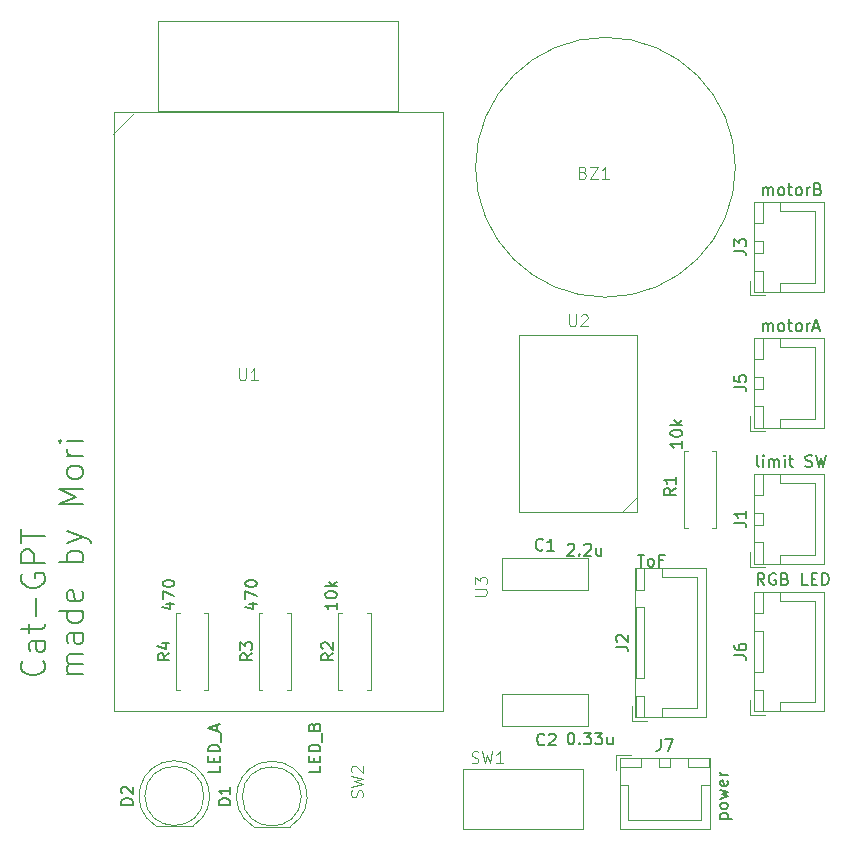
<source format=gto>
G04 #@! TF.GenerationSoftware,KiCad,Pcbnew,7.0.8*
G04 #@! TF.CreationDate,2023-12-07T12:15:41+09:00*
G04 #@! TF.ProjectId,rat_board,7261745f-626f-4617-9264-2e6b69636164,rev?*
G04 #@! TF.SameCoordinates,PX632ea00PY8a48640*
G04 #@! TF.FileFunction,Legend,Top*
G04 #@! TF.FilePolarity,Positive*
%FSLAX46Y46*%
G04 Gerber Fmt 4.6, Leading zero omitted, Abs format (unit mm)*
G04 Created by KiCad (PCBNEW 7.0.8) date 2023-12-07 12:15:41*
%MOMM*%
%LPD*%
G01*
G04 APERTURE LIST*
%ADD10C,0.150000*%
%ADD11C,0.100000*%
%ADD12C,0.120000*%
G04 APERTURE END LIST*
D10*
X25869819Y6812970D02*
X25869819Y6336780D01*
X25869819Y6336780D02*
X24869819Y6336780D01*
X25346009Y7146304D02*
X25346009Y7479637D01*
X25869819Y7622494D02*
X25869819Y7146304D01*
X25869819Y7146304D02*
X24869819Y7146304D01*
X24869819Y7146304D02*
X24869819Y7622494D01*
X25869819Y8051066D02*
X24869819Y8051066D01*
X24869819Y8051066D02*
X24869819Y8289161D01*
X24869819Y8289161D02*
X24917438Y8432018D01*
X24917438Y8432018D02*
X25012676Y8527256D01*
X25012676Y8527256D02*
X25107914Y8574875D01*
X25107914Y8574875D02*
X25298390Y8622494D01*
X25298390Y8622494D02*
X25441247Y8622494D01*
X25441247Y8622494D02*
X25631723Y8574875D01*
X25631723Y8574875D02*
X25726961Y8527256D01*
X25726961Y8527256D02*
X25822200Y8432018D01*
X25822200Y8432018D02*
X25869819Y8289161D01*
X25869819Y8289161D02*
X25869819Y8051066D01*
X25965057Y8812970D02*
X25965057Y9574875D01*
X25346009Y10146304D02*
X25393628Y10289161D01*
X25393628Y10289161D02*
X25441247Y10336780D01*
X25441247Y10336780D02*
X25536485Y10384399D01*
X25536485Y10384399D02*
X25679342Y10384399D01*
X25679342Y10384399D02*
X25774580Y10336780D01*
X25774580Y10336780D02*
X25822200Y10289161D01*
X25822200Y10289161D02*
X25869819Y10193923D01*
X25869819Y10193923D02*
X25869819Y9812971D01*
X25869819Y9812971D02*
X24869819Y9812971D01*
X24869819Y9812971D02*
X24869819Y10146304D01*
X24869819Y10146304D02*
X24917438Y10241542D01*
X24917438Y10241542D02*
X24965057Y10289161D01*
X24965057Y10289161D02*
X25060295Y10336780D01*
X25060295Y10336780D02*
X25155533Y10336780D01*
X25155533Y10336780D02*
X25250771Y10289161D01*
X25250771Y10289161D02*
X25298390Y10241542D01*
X25298390Y10241542D02*
X25346009Y10146304D01*
X25346009Y10146304D02*
X25346009Y9812971D01*
X52733922Y24690181D02*
X53305350Y24690181D01*
X53019636Y23690181D02*
X53019636Y24690181D01*
X53781541Y23690181D02*
X53686303Y23737800D01*
X53686303Y23737800D02*
X53638684Y23785420D01*
X53638684Y23785420D02*
X53591065Y23880658D01*
X53591065Y23880658D02*
X53591065Y24166372D01*
X53591065Y24166372D02*
X53638684Y24261610D01*
X53638684Y24261610D02*
X53686303Y24309229D01*
X53686303Y24309229D02*
X53781541Y24356848D01*
X53781541Y24356848D02*
X53924398Y24356848D01*
X53924398Y24356848D02*
X54019636Y24309229D01*
X54019636Y24309229D02*
X54067255Y24261610D01*
X54067255Y24261610D02*
X54114874Y24166372D01*
X54114874Y24166372D02*
X54114874Y23880658D01*
X54114874Y23880658D02*
X54067255Y23785420D01*
X54067255Y23785420D02*
X54019636Y23737800D01*
X54019636Y23737800D02*
X53924398Y23690181D01*
X53924398Y23690181D02*
X53781541Y23690181D01*
X54876779Y24213991D02*
X54543446Y24213991D01*
X54543446Y23690181D02*
X54543446Y24690181D01*
X54543446Y24690181D02*
X55019636Y24690181D01*
X46789160Y25534943D02*
X46836779Y25582562D01*
X46836779Y25582562D02*
X46932017Y25630181D01*
X46932017Y25630181D02*
X47170112Y25630181D01*
X47170112Y25630181D02*
X47265350Y25582562D01*
X47265350Y25582562D02*
X47312969Y25534943D01*
X47312969Y25534943D02*
X47360588Y25439705D01*
X47360588Y25439705D02*
X47360588Y25344467D01*
X47360588Y25344467D02*
X47312969Y25201610D01*
X47312969Y25201610D02*
X46741541Y24630181D01*
X46741541Y24630181D02*
X47360588Y24630181D01*
X47789160Y24725420D02*
X47836779Y24677800D01*
X47836779Y24677800D02*
X47789160Y24630181D01*
X47789160Y24630181D02*
X47741541Y24677800D01*
X47741541Y24677800D02*
X47789160Y24725420D01*
X47789160Y24725420D02*
X47789160Y24630181D01*
X48217731Y25534943D02*
X48265350Y25582562D01*
X48265350Y25582562D02*
X48360588Y25630181D01*
X48360588Y25630181D02*
X48598683Y25630181D01*
X48598683Y25630181D02*
X48693921Y25582562D01*
X48693921Y25582562D02*
X48741540Y25534943D01*
X48741540Y25534943D02*
X48789159Y25439705D01*
X48789159Y25439705D02*
X48789159Y25344467D01*
X48789159Y25344467D02*
X48741540Y25201610D01*
X48741540Y25201610D02*
X48170112Y24630181D01*
X48170112Y24630181D02*
X48789159Y24630181D01*
X49646302Y25296848D02*
X49646302Y24630181D01*
X49217731Y25296848D02*
X49217731Y24773039D01*
X49217731Y24773039D02*
X49265350Y24677800D01*
X49265350Y24677800D02*
X49360588Y24630181D01*
X49360588Y24630181D02*
X49503445Y24630181D01*
X49503445Y24630181D02*
X49598683Y24677800D01*
X49598683Y24677800D02*
X49646302Y24725420D01*
X2336961Y15717732D02*
X2432200Y15622494D01*
X2432200Y15622494D02*
X2527438Y15336780D01*
X2527438Y15336780D02*
X2527438Y15146304D01*
X2527438Y15146304D02*
X2432200Y14860589D01*
X2432200Y14860589D02*
X2241723Y14670113D01*
X2241723Y14670113D02*
X2051247Y14574875D01*
X2051247Y14574875D02*
X1670295Y14479637D01*
X1670295Y14479637D02*
X1384580Y14479637D01*
X1384580Y14479637D02*
X1003628Y14574875D01*
X1003628Y14574875D02*
X813152Y14670113D01*
X813152Y14670113D02*
X622676Y14860589D01*
X622676Y14860589D02*
X527438Y15146304D01*
X527438Y15146304D02*
X527438Y15336780D01*
X527438Y15336780D02*
X622676Y15622494D01*
X622676Y15622494D02*
X717914Y15717732D01*
X2527438Y17432018D02*
X1479819Y17432018D01*
X1479819Y17432018D02*
X1289342Y17336780D01*
X1289342Y17336780D02*
X1194104Y17146304D01*
X1194104Y17146304D02*
X1194104Y16765351D01*
X1194104Y16765351D02*
X1289342Y16574875D01*
X2432200Y17432018D02*
X2527438Y17241542D01*
X2527438Y17241542D02*
X2527438Y16765351D01*
X2527438Y16765351D02*
X2432200Y16574875D01*
X2432200Y16574875D02*
X2241723Y16479637D01*
X2241723Y16479637D02*
X2051247Y16479637D01*
X2051247Y16479637D02*
X1860771Y16574875D01*
X1860771Y16574875D02*
X1765533Y16765351D01*
X1765533Y16765351D02*
X1765533Y17241542D01*
X1765533Y17241542D02*
X1670295Y17432018D01*
X1194104Y18098685D02*
X1194104Y18860589D01*
X527438Y18384399D02*
X2241723Y18384399D01*
X2241723Y18384399D02*
X2432200Y18479637D01*
X2432200Y18479637D02*
X2527438Y18670113D01*
X2527438Y18670113D02*
X2527438Y18860589D01*
X1765533Y19527256D02*
X1765533Y21051065D01*
X622676Y23051065D02*
X527438Y22860589D01*
X527438Y22860589D02*
X527438Y22574875D01*
X527438Y22574875D02*
X622676Y22289160D01*
X622676Y22289160D02*
X813152Y22098684D01*
X813152Y22098684D02*
X1003628Y22003446D01*
X1003628Y22003446D02*
X1384580Y21908208D01*
X1384580Y21908208D02*
X1670295Y21908208D01*
X1670295Y21908208D02*
X2051247Y22003446D01*
X2051247Y22003446D02*
X2241723Y22098684D01*
X2241723Y22098684D02*
X2432200Y22289160D01*
X2432200Y22289160D02*
X2527438Y22574875D01*
X2527438Y22574875D02*
X2527438Y22765351D01*
X2527438Y22765351D02*
X2432200Y23051065D01*
X2432200Y23051065D02*
X2336961Y23146303D01*
X2336961Y23146303D02*
X1670295Y23146303D01*
X1670295Y23146303D02*
X1670295Y22765351D01*
X2527438Y24003446D02*
X527438Y24003446D01*
X527438Y24003446D02*
X527438Y24765351D01*
X527438Y24765351D02*
X622676Y24955827D01*
X622676Y24955827D02*
X717914Y25051065D01*
X717914Y25051065D02*
X908390Y25146303D01*
X908390Y25146303D02*
X1194104Y25146303D01*
X1194104Y25146303D02*
X1384580Y25051065D01*
X1384580Y25051065D02*
X1479819Y24955827D01*
X1479819Y24955827D02*
X1575057Y24765351D01*
X1575057Y24765351D02*
X1575057Y24003446D01*
X527438Y25717732D02*
X527438Y26860589D01*
X2527438Y26289160D02*
X527438Y26289160D01*
X5747438Y14574875D02*
X4414104Y14574875D01*
X4604580Y14574875D02*
X4509342Y14670113D01*
X4509342Y14670113D02*
X4414104Y14860589D01*
X4414104Y14860589D02*
X4414104Y15146304D01*
X4414104Y15146304D02*
X4509342Y15336780D01*
X4509342Y15336780D02*
X4699819Y15432018D01*
X4699819Y15432018D02*
X5747438Y15432018D01*
X4699819Y15432018D02*
X4509342Y15527256D01*
X4509342Y15527256D02*
X4414104Y15717732D01*
X4414104Y15717732D02*
X4414104Y16003446D01*
X4414104Y16003446D02*
X4509342Y16193923D01*
X4509342Y16193923D02*
X4699819Y16289161D01*
X4699819Y16289161D02*
X5747438Y16289161D01*
X5747438Y18098685D02*
X4699819Y18098685D01*
X4699819Y18098685D02*
X4509342Y18003447D01*
X4509342Y18003447D02*
X4414104Y17812971D01*
X4414104Y17812971D02*
X4414104Y17432018D01*
X4414104Y17432018D02*
X4509342Y17241542D01*
X5652200Y18098685D02*
X5747438Y17908209D01*
X5747438Y17908209D02*
X5747438Y17432018D01*
X5747438Y17432018D02*
X5652200Y17241542D01*
X5652200Y17241542D02*
X5461723Y17146304D01*
X5461723Y17146304D02*
X5271247Y17146304D01*
X5271247Y17146304D02*
X5080771Y17241542D01*
X5080771Y17241542D02*
X4985533Y17432018D01*
X4985533Y17432018D02*
X4985533Y17908209D01*
X4985533Y17908209D02*
X4890295Y18098685D01*
X5747438Y19908209D02*
X3747438Y19908209D01*
X5652200Y19908209D02*
X5747438Y19717733D01*
X5747438Y19717733D02*
X5747438Y19336780D01*
X5747438Y19336780D02*
X5652200Y19146304D01*
X5652200Y19146304D02*
X5556961Y19051066D01*
X5556961Y19051066D02*
X5366485Y18955828D01*
X5366485Y18955828D02*
X4795057Y18955828D01*
X4795057Y18955828D02*
X4604580Y19051066D01*
X4604580Y19051066D02*
X4509342Y19146304D01*
X4509342Y19146304D02*
X4414104Y19336780D01*
X4414104Y19336780D02*
X4414104Y19717733D01*
X4414104Y19717733D02*
X4509342Y19908209D01*
X5652200Y21622495D02*
X5747438Y21432019D01*
X5747438Y21432019D02*
X5747438Y21051066D01*
X5747438Y21051066D02*
X5652200Y20860590D01*
X5652200Y20860590D02*
X5461723Y20765352D01*
X5461723Y20765352D02*
X4699819Y20765352D01*
X4699819Y20765352D02*
X4509342Y20860590D01*
X4509342Y20860590D02*
X4414104Y21051066D01*
X4414104Y21051066D02*
X4414104Y21432019D01*
X4414104Y21432019D02*
X4509342Y21622495D01*
X4509342Y21622495D02*
X4699819Y21717733D01*
X4699819Y21717733D02*
X4890295Y21717733D01*
X4890295Y21717733D02*
X5080771Y20765352D01*
X5747438Y24098686D02*
X3747438Y24098686D01*
X4509342Y24098686D02*
X4414104Y24289162D01*
X4414104Y24289162D02*
X4414104Y24670115D01*
X4414104Y24670115D02*
X4509342Y24860591D01*
X4509342Y24860591D02*
X4604580Y24955829D01*
X4604580Y24955829D02*
X4795057Y25051067D01*
X4795057Y25051067D02*
X5366485Y25051067D01*
X5366485Y25051067D02*
X5556961Y24955829D01*
X5556961Y24955829D02*
X5652200Y24860591D01*
X5652200Y24860591D02*
X5747438Y24670115D01*
X5747438Y24670115D02*
X5747438Y24289162D01*
X5747438Y24289162D02*
X5652200Y24098686D01*
X4414104Y25717734D02*
X5747438Y26193924D01*
X4414104Y26670115D02*
X5747438Y26193924D01*
X5747438Y26193924D02*
X6223628Y26003448D01*
X6223628Y26003448D02*
X6318866Y25908210D01*
X6318866Y25908210D02*
X6414104Y25717734D01*
X5747438Y28955830D02*
X3747438Y28955830D01*
X3747438Y28955830D02*
X5176009Y29622497D01*
X5176009Y29622497D02*
X3747438Y30289163D01*
X3747438Y30289163D02*
X5747438Y30289163D01*
X5747438Y31527258D02*
X5652200Y31336782D01*
X5652200Y31336782D02*
X5556961Y31241544D01*
X5556961Y31241544D02*
X5366485Y31146306D01*
X5366485Y31146306D02*
X4795057Y31146306D01*
X4795057Y31146306D02*
X4604580Y31241544D01*
X4604580Y31241544D02*
X4509342Y31336782D01*
X4509342Y31336782D02*
X4414104Y31527258D01*
X4414104Y31527258D02*
X4414104Y31812973D01*
X4414104Y31812973D02*
X4509342Y32003449D01*
X4509342Y32003449D02*
X4604580Y32098687D01*
X4604580Y32098687D02*
X4795057Y32193925D01*
X4795057Y32193925D02*
X5366485Y32193925D01*
X5366485Y32193925D02*
X5556961Y32098687D01*
X5556961Y32098687D02*
X5652200Y32003449D01*
X5652200Y32003449D02*
X5747438Y31812973D01*
X5747438Y31812973D02*
X5747438Y31527258D01*
X5747438Y33051068D02*
X4414104Y33051068D01*
X4795057Y33051068D02*
X4604580Y33146306D01*
X4604580Y33146306D02*
X4509342Y33241544D01*
X4509342Y33241544D02*
X4414104Y33432020D01*
X4414104Y33432020D02*
X4414104Y33622497D01*
X5747438Y34289163D02*
X4414104Y34289163D01*
X3747438Y34289163D02*
X3842676Y34193925D01*
X3842676Y34193925D02*
X3937914Y34289163D01*
X3937914Y34289163D02*
X3842676Y34384401D01*
X3842676Y34384401D02*
X3747438Y34289163D01*
X3747438Y34289163D02*
X3937914Y34289163D01*
X63448207Y22130181D02*
X63114874Y22606372D01*
X62876779Y22130181D02*
X62876779Y23130181D01*
X62876779Y23130181D02*
X63257731Y23130181D01*
X63257731Y23130181D02*
X63352969Y23082562D01*
X63352969Y23082562D02*
X63400588Y23034943D01*
X63400588Y23034943D02*
X63448207Y22939705D01*
X63448207Y22939705D02*
X63448207Y22796848D01*
X63448207Y22796848D02*
X63400588Y22701610D01*
X63400588Y22701610D02*
X63352969Y22653991D01*
X63352969Y22653991D02*
X63257731Y22606372D01*
X63257731Y22606372D02*
X62876779Y22606372D01*
X64400588Y23082562D02*
X64305350Y23130181D01*
X64305350Y23130181D02*
X64162493Y23130181D01*
X64162493Y23130181D02*
X64019636Y23082562D01*
X64019636Y23082562D02*
X63924398Y22987324D01*
X63924398Y22987324D02*
X63876779Y22892086D01*
X63876779Y22892086D02*
X63829160Y22701610D01*
X63829160Y22701610D02*
X63829160Y22558753D01*
X63829160Y22558753D02*
X63876779Y22368277D01*
X63876779Y22368277D02*
X63924398Y22273039D01*
X63924398Y22273039D02*
X64019636Y22177800D01*
X64019636Y22177800D02*
X64162493Y22130181D01*
X64162493Y22130181D02*
X64257731Y22130181D01*
X64257731Y22130181D02*
X64400588Y22177800D01*
X64400588Y22177800D02*
X64448207Y22225420D01*
X64448207Y22225420D02*
X64448207Y22558753D01*
X64448207Y22558753D02*
X64257731Y22558753D01*
X65210112Y22653991D02*
X65352969Y22606372D01*
X65352969Y22606372D02*
X65400588Y22558753D01*
X65400588Y22558753D02*
X65448207Y22463515D01*
X65448207Y22463515D02*
X65448207Y22320658D01*
X65448207Y22320658D02*
X65400588Y22225420D01*
X65400588Y22225420D02*
X65352969Y22177800D01*
X65352969Y22177800D02*
X65257731Y22130181D01*
X65257731Y22130181D02*
X64876779Y22130181D01*
X64876779Y22130181D02*
X64876779Y23130181D01*
X64876779Y23130181D02*
X65210112Y23130181D01*
X65210112Y23130181D02*
X65305350Y23082562D01*
X65305350Y23082562D02*
X65352969Y23034943D01*
X65352969Y23034943D02*
X65400588Y22939705D01*
X65400588Y22939705D02*
X65400588Y22844467D01*
X65400588Y22844467D02*
X65352969Y22749229D01*
X65352969Y22749229D02*
X65305350Y22701610D01*
X65305350Y22701610D02*
X65210112Y22653991D01*
X65210112Y22653991D02*
X64876779Y22653991D01*
X67114874Y22130181D02*
X66638684Y22130181D01*
X66638684Y22130181D02*
X66638684Y23130181D01*
X67448208Y22653991D02*
X67781541Y22653991D01*
X67924398Y22130181D02*
X67448208Y22130181D01*
X67448208Y22130181D02*
X67448208Y23130181D01*
X67448208Y23130181D02*
X67924398Y23130181D01*
X68352970Y22130181D02*
X68352970Y23130181D01*
X68352970Y23130181D02*
X68591065Y23130181D01*
X68591065Y23130181D02*
X68733922Y23082562D01*
X68733922Y23082562D02*
X68829160Y22987324D01*
X68829160Y22987324D02*
X68876779Y22892086D01*
X68876779Y22892086D02*
X68924398Y22701610D01*
X68924398Y22701610D02*
X68924398Y22558753D01*
X68924398Y22558753D02*
X68876779Y22368277D01*
X68876779Y22368277D02*
X68829160Y22273039D01*
X68829160Y22273039D02*
X68733922Y22177800D01*
X68733922Y22177800D02*
X68591065Y22130181D01*
X68591065Y22130181D02*
X68352970Y22130181D01*
X63336779Y43630181D02*
X63336779Y44296848D01*
X63336779Y44201610D02*
X63384398Y44249229D01*
X63384398Y44249229D02*
X63479636Y44296848D01*
X63479636Y44296848D02*
X63622493Y44296848D01*
X63622493Y44296848D02*
X63717731Y44249229D01*
X63717731Y44249229D02*
X63765350Y44153991D01*
X63765350Y44153991D02*
X63765350Y43630181D01*
X63765350Y44153991D02*
X63812969Y44249229D01*
X63812969Y44249229D02*
X63908207Y44296848D01*
X63908207Y44296848D02*
X64051064Y44296848D01*
X64051064Y44296848D02*
X64146303Y44249229D01*
X64146303Y44249229D02*
X64193922Y44153991D01*
X64193922Y44153991D02*
X64193922Y43630181D01*
X64812969Y43630181D02*
X64717731Y43677800D01*
X64717731Y43677800D02*
X64670112Y43725420D01*
X64670112Y43725420D02*
X64622493Y43820658D01*
X64622493Y43820658D02*
X64622493Y44106372D01*
X64622493Y44106372D02*
X64670112Y44201610D01*
X64670112Y44201610D02*
X64717731Y44249229D01*
X64717731Y44249229D02*
X64812969Y44296848D01*
X64812969Y44296848D02*
X64955826Y44296848D01*
X64955826Y44296848D02*
X65051064Y44249229D01*
X65051064Y44249229D02*
X65098683Y44201610D01*
X65098683Y44201610D02*
X65146302Y44106372D01*
X65146302Y44106372D02*
X65146302Y43820658D01*
X65146302Y43820658D02*
X65098683Y43725420D01*
X65098683Y43725420D02*
X65051064Y43677800D01*
X65051064Y43677800D02*
X64955826Y43630181D01*
X64955826Y43630181D02*
X64812969Y43630181D01*
X65432017Y44296848D02*
X65812969Y44296848D01*
X65574874Y44630181D02*
X65574874Y43773039D01*
X65574874Y43773039D02*
X65622493Y43677800D01*
X65622493Y43677800D02*
X65717731Y43630181D01*
X65717731Y43630181D02*
X65812969Y43630181D01*
X66289160Y43630181D02*
X66193922Y43677800D01*
X66193922Y43677800D02*
X66146303Y43725420D01*
X66146303Y43725420D02*
X66098684Y43820658D01*
X66098684Y43820658D02*
X66098684Y44106372D01*
X66098684Y44106372D02*
X66146303Y44201610D01*
X66146303Y44201610D02*
X66193922Y44249229D01*
X66193922Y44249229D02*
X66289160Y44296848D01*
X66289160Y44296848D02*
X66432017Y44296848D01*
X66432017Y44296848D02*
X66527255Y44249229D01*
X66527255Y44249229D02*
X66574874Y44201610D01*
X66574874Y44201610D02*
X66622493Y44106372D01*
X66622493Y44106372D02*
X66622493Y43820658D01*
X66622493Y43820658D02*
X66574874Y43725420D01*
X66574874Y43725420D02*
X66527255Y43677800D01*
X66527255Y43677800D02*
X66432017Y43630181D01*
X66432017Y43630181D02*
X66289160Y43630181D01*
X67051065Y43630181D02*
X67051065Y44296848D01*
X67051065Y44106372D02*
X67098684Y44201610D01*
X67098684Y44201610D02*
X67146303Y44249229D01*
X67146303Y44249229D02*
X67241541Y44296848D01*
X67241541Y44296848D02*
X67336779Y44296848D01*
X67622494Y43915896D02*
X68098684Y43915896D01*
X67527256Y43630181D02*
X67860589Y44630181D01*
X67860589Y44630181D02*
X68193922Y43630181D01*
X56499819Y34320589D02*
X56499819Y33749161D01*
X56499819Y34034875D02*
X55499819Y34034875D01*
X55499819Y34034875D02*
X55642676Y33939637D01*
X55642676Y33939637D02*
X55737914Y33844399D01*
X55737914Y33844399D02*
X55785533Y33749161D01*
X55499819Y34939637D02*
X55499819Y35034875D01*
X55499819Y35034875D02*
X55547438Y35130113D01*
X55547438Y35130113D02*
X55595057Y35177732D01*
X55595057Y35177732D02*
X55690295Y35225351D01*
X55690295Y35225351D02*
X55880771Y35272970D01*
X55880771Y35272970D02*
X56118866Y35272970D01*
X56118866Y35272970D02*
X56309342Y35225351D01*
X56309342Y35225351D02*
X56404580Y35177732D01*
X56404580Y35177732D02*
X56452200Y35130113D01*
X56452200Y35130113D02*
X56499819Y35034875D01*
X56499819Y35034875D02*
X56499819Y34939637D01*
X56499819Y34939637D02*
X56452200Y34844399D01*
X56452200Y34844399D02*
X56404580Y34796780D01*
X56404580Y34796780D02*
X56309342Y34749161D01*
X56309342Y34749161D02*
X56118866Y34701542D01*
X56118866Y34701542D02*
X55880771Y34701542D01*
X55880771Y34701542D02*
X55690295Y34749161D01*
X55690295Y34749161D02*
X55595057Y34796780D01*
X55595057Y34796780D02*
X55547438Y34844399D01*
X55547438Y34844399D02*
X55499819Y34939637D01*
X56499819Y35701542D02*
X55499819Y35701542D01*
X56118866Y35796780D02*
X56499819Y36082494D01*
X55833152Y36082494D02*
X56214104Y35701542D01*
X17369819Y6812970D02*
X17369819Y6336780D01*
X17369819Y6336780D02*
X16369819Y6336780D01*
X16846009Y7146304D02*
X16846009Y7479637D01*
X17369819Y7622494D02*
X17369819Y7146304D01*
X17369819Y7146304D02*
X16369819Y7146304D01*
X16369819Y7146304D02*
X16369819Y7622494D01*
X17369819Y8051066D02*
X16369819Y8051066D01*
X16369819Y8051066D02*
X16369819Y8289161D01*
X16369819Y8289161D02*
X16417438Y8432018D01*
X16417438Y8432018D02*
X16512676Y8527256D01*
X16512676Y8527256D02*
X16607914Y8574875D01*
X16607914Y8574875D02*
X16798390Y8622494D01*
X16798390Y8622494D02*
X16941247Y8622494D01*
X16941247Y8622494D02*
X17131723Y8574875D01*
X17131723Y8574875D02*
X17226961Y8527256D01*
X17226961Y8527256D02*
X17322200Y8432018D01*
X17322200Y8432018D02*
X17369819Y8289161D01*
X17369819Y8289161D02*
X17369819Y8051066D01*
X17465057Y8812970D02*
X17465057Y9574875D01*
X17084104Y9765352D02*
X17084104Y10241542D01*
X17369819Y9670114D02*
X16369819Y10003447D01*
X16369819Y10003447D02*
X17369819Y10336780D01*
X63336779Y55130181D02*
X63336779Y55796848D01*
X63336779Y55701610D02*
X63384398Y55749229D01*
X63384398Y55749229D02*
X63479636Y55796848D01*
X63479636Y55796848D02*
X63622493Y55796848D01*
X63622493Y55796848D02*
X63717731Y55749229D01*
X63717731Y55749229D02*
X63765350Y55653991D01*
X63765350Y55653991D02*
X63765350Y55130181D01*
X63765350Y55653991D02*
X63812969Y55749229D01*
X63812969Y55749229D02*
X63908207Y55796848D01*
X63908207Y55796848D02*
X64051064Y55796848D01*
X64051064Y55796848D02*
X64146303Y55749229D01*
X64146303Y55749229D02*
X64193922Y55653991D01*
X64193922Y55653991D02*
X64193922Y55130181D01*
X64812969Y55130181D02*
X64717731Y55177800D01*
X64717731Y55177800D02*
X64670112Y55225420D01*
X64670112Y55225420D02*
X64622493Y55320658D01*
X64622493Y55320658D02*
X64622493Y55606372D01*
X64622493Y55606372D02*
X64670112Y55701610D01*
X64670112Y55701610D02*
X64717731Y55749229D01*
X64717731Y55749229D02*
X64812969Y55796848D01*
X64812969Y55796848D02*
X64955826Y55796848D01*
X64955826Y55796848D02*
X65051064Y55749229D01*
X65051064Y55749229D02*
X65098683Y55701610D01*
X65098683Y55701610D02*
X65146302Y55606372D01*
X65146302Y55606372D02*
X65146302Y55320658D01*
X65146302Y55320658D02*
X65098683Y55225420D01*
X65098683Y55225420D02*
X65051064Y55177800D01*
X65051064Y55177800D02*
X64955826Y55130181D01*
X64955826Y55130181D02*
X64812969Y55130181D01*
X65432017Y55796848D02*
X65812969Y55796848D01*
X65574874Y56130181D02*
X65574874Y55273039D01*
X65574874Y55273039D02*
X65622493Y55177800D01*
X65622493Y55177800D02*
X65717731Y55130181D01*
X65717731Y55130181D02*
X65812969Y55130181D01*
X66289160Y55130181D02*
X66193922Y55177800D01*
X66193922Y55177800D02*
X66146303Y55225420D01*
X66146303Y55225420D02*
X66098684Y55320658D01*
X66098684Y55320658D02*
X66098684Y55606372D01*
X66098684Y55606372D02*
X66146303Y55701610D01*
X66146303Y55701610D02*
X66193922Y55749229D01*
X66193922Y55749229D02*
X66289160Y55796848D01*
X66289160Y55796848D02*
X66432017Y55796848D01*
X66432017Y55796848D02*
X66527255Y55749229D01*
X66527255Y55749229D02*
X66574874Y55701610D01*
X66574874Y55701610D02*
X66622493Y55606372D01*
X66622493Y55606372D02*
X66622493Y55320658D01*
X66622493Y55320658D02*
X66574874Y55225420D01*
X66574874Y55225420D02*
X66527255Y55177800D01*
X66527255Y55177800D02*
X66432017Y55130181D01*
X66432017Y55130181D02*
X66289160Y55130181D01*
X67051065Y55130181D02*
X67051065Y55796848D01*
X67051065Y55606372D02*
X67098684Y55701610D01*
X67098684Y55701610D02*
X67146303Y55749229D01*
X67146303Y55749229D02*
X67241541Y55796848D01*
X67241541Y55796848D02*
X67336779Y55796848D01*
X68003446Y55653991D02*
X68146303Y55606372D01*
X68146303Y55606372D02*
X68193922Y55558753D01*
X68193922Y55558753D02*
X68241541Y55463515D01*
X68241541Y55463515D02*
X68241541Y55320658D01*
X68241541Y55320658D02*
X68193922Y55225420D01*
X68193922Y55225420D02*
X68146303Y55177800D01*
X68146303Y55177800D02*
X68051065Y55130181D01*
X68051065Y55130181D02*
X67670113Y55130181D01*
X67670113Y55130181D02*
X67670113Y56130181D01*
X67670113Y56130181D02*
X68003446Y56130181D01*
X68003446Y56130181D02*
X68098684Y56082562D01*
X68098684Y56082562D02*
X68146303Y56034943D01*
X68146303Y56034943D02*
X68193922Y55939705D01*
X68193922Y55939705D02*
X68193922Y55844467D01*
X68193922Y55844467D02*
X68146303Y55749229D01*
X68146303Y55749229D02*
X68098684Y55701610D01*
X68098684Y55701610D02*
X68003446Y55653991D01*
X68003446Y55653991D02*
X67670113Y55653991D01*
X12833152Y20535351D02*
X13499819Y20535351D01*
X12452200Y20297256D02*
X13166485Y20059161D01*
X13166485Y20059161D02*
X13166485Y20678208D01*
X12499819Y20963923D02*
X12499819Y21630589D01*
X12499819Y21630589D02*
X13499819Y21202018D01*
X12499819Y22202018D02*
X12499819Y22297256D01*
X12499819Y22297256D02*
X12547438Y22392494D01*
X12547438Y22392494D02*
X12595057Y22440113D01*
X12595057Y22440113D02*
X12690295Y22487732D01*
X12690295Y22487732D02*
X12880771Y22535351D01*
X12880771Y22535351D02*
X13118866Y22535351D01*
X13118866Y22535351D02*
X13309342Y22487732D01*
X13309342Y22487732D02*
X13404580Y22440113D01*
X13404580Y22440113D02*
X13452200Y22392494D01*
X13452200Y22392494D02*
X13499819Y22297256D01*
X13499819Y22297256D02*
X13499819Y22202018D01*
X13499819Y22202018D02*
X13452200Y22106780D01*
X13452200Y22106780D02*
X13404580Y22059161D01*
X13404580Y22059161D02*
X13309342Y22011542D01*
X13309342Y22011542D02*
X13118866Y21963923D01*
X13118866Y21963923D02*
X12880771Y21963923D01*
X12880771Y21963923D02*
X12690295Y22011542D01*
X12690295Y22011542D02*
X12595057Y22059161D01*
X12595057Y22059161D02*
X12547438Y22106780D01*
X12547438Y22106780D02*
X12499819Y22202018D01*
X19833152Y20535351D02*
X20499819Y20535351D01*
X19452200Y20297256D02*
X20166485Y20059161D01*
X20166485Y20059161D02*
X20166485Y20678208D01*
X19499819Y20963923D02*
X19499819Y21630589D01*
X19499819Y21630589D02*
X20499819Y21202018D01*
X19499819Y22202018D02*
X19499819Y22297256D01*
X19499819Y22297256D02*
X19547438Y22392494D01*
X19547438Y22392494D02*
X19595057Y22440113D01*
X19595057Y22440113D02*
X19690295Y22487732D01*
X19690295Y22487732D02*
X19880771Y22535351D01*
X19880771Y22535351D02*
X20118866Y22535351D01*
X20118866Y22535351D02*
X20309342Y22487732D01*
X20309342Y22487732D02*
X20404580Y22440113D01*
X20404580Y22440113D02*
X20452200Y22392494D01*
X20452200Y22392494D02*
X20499819Y22297256D01*
X20499819Y22297256D02*
X20499819Y22202018D01*
X20499819Y22202018D02*
X20452200Y22106780D01*
X20452200Y22106780D02*
X20404580Y22059161D01*
X20404580Y22059161D02*
X20309342Y22011542D01*
X20309342Y22011542D02*
X20118866Y21963923D01*
X20118866Y21963923D02*
X19880771Y21963923D01*
X19880771Y21963923D02*
X19690295Y22011542D01*
X19690295Y22011542D02*
X19595057Y22059161D01*
X19595057Y22059161D02*
X19547438Y22106780D01*
X19547438Y22106780D02*
X19499819Y22202018D01*
X47027255Y9630181D02*
X47122493Y9630181D01*
X47122493Y9630181D02*
X47217731Y9582562D01*
X47217731Y9582562D02*
X47265350Y9534943D01*
X47265350Y9534943D02*
X47312969Y9439705D01*
X47312969Y9439705D02*
X47360588Y9249229D01*
X47360588Y9249229D02*
X47360588Y9011134D01*
X47360588Y9011134D02*
X47312969Y8820658D01*
X47312969Y8820658D02*
X47265350Y8725420D01*
X47265350Y8725420D02*
X47217731Y8677800D01*
X47217731Y8677800D02*
X47122493Y8630181D01*
X47122493Y8630181D02*
X47027255Y8630181D01*
X47027255Y8630181D02*
X46932017Y8677800D01*
X46932017Y8677800D02*
X46884398Y8725420D01*
X46884398Y8725420D02*
X46836779Y8820658D01*
X46836779Y8820658D02*
X46789160Y9011134D01*
X46789160Y9011134D02*
X46789160Y9249229D01*
X46789160Y9249229D02*
X46836779Y9439705D01*
X46836779Y9439705D02*
X46884398Y9534943D01*
X46884398Y9534943D02*
X46932017Y9582562D01*
X46932017Y9582562D02*
X47027255Y9630181D01*
X47789160Y8725420D02*
X47836779Y8677800D01*
X47836779Y8677800D02*
X47789160Y8630181D01*
X47789160Y8630181D02*
X47741541Y8677800D01*
X47741541Y8677800D02*
X47789160Y8725420D01*
X47789160Y8725420D02*
X47789160Y8630181D01*
X48170112Y9630181D02*
X48789159Y9630181D01*
X48789159Y9630181D02*
X48455826Y9249229D01*
X48455826Y9249229D02*
X48598683Y9249229D01*
X48598683Y9249229D02*
X48693921Y9201610D01*
X48693921Y9201610D02*
X48741540Y9153991D01*
X48741540Y9153991D02*
X48789159Y9058753D01*
X48789159Y9058753D02*
X48789159Y8820658D01*
X48789159Y8820658D02*
X48741540Y8725420D01*
X48741540Y8725420D02*
X48693921Y8677800D01*
X48693921Y8677800D02*
X48598683Y8630181D01*
X48598683Y8630181D02*
X48312969Y8630181D01*
X48312969Y8630181D02*
X48217731Y8677800D01*
X48217731Y8677800D02*
X48170112Y8725420D01*
X49122493Y9630181D02*
X49741540Y9630181D01*
X49741540Y9630181D02*
X49408207Y9249229D01*
X49408207Y9249229D02*
X49551064Y9249229D01*
X49551064Y9249229D02*
X49646302Y9201610D01*
X49646302Y9201610D02*
X49693921Y9153991D01*
X49693921Y9153991D02*
X49741540Y9058753D01*
X49741540Y9058753D02*
X49741540Y8820658D01*
X49741540Y8820658D02*
X49693921Y8725420D01*
X49693921Y8725420D02*
X49646302Y8677800D01*
X49646302Y8677800D02*
X49551064Y8630181D01*
X49551064Y8630181D02*
X49265350Y8630181D01*
X49265350Y8630181D02*
X49170112Y8677800D01*
X49170112Y8677800D02*
X49122493Y8725420D01*
X50598683Y9296848D02*
X50598683Y8630181D01*
X50170112Y9296848D02*
X50170112Y8773039D01*
X50170112Y8773039D02*
X50217731Y8677800D01*
X50217731Y8677800D02*
X50312969Y8630181D01*
X50312969Y8630181D02*
X50455826Y8630181D01*
X50455826Y8630181D02*
X50551064Y8677800D01*
X50551064Y8677800D02*
X50598683Y8725420D01*
X62979636Y32130181D02*
X62884398Y32177800D01*
X62884398Y32177800D02*
X62836779Y32273039D01*
X62836779Y32273039D02*
X62836779Y33130181D01*
X63360589Y32130181D02*
X63360589Y32796848D01*
X63360589Y33130181D02*
X63312970Y33082562D01*
X63312970Y33082562D02*
X63360589Y33034943D01*
X63360589Y33034943D02*
X63408208Y33082562D01*
X63408208Y33082562D02*
X63360589Y33130181D01*
X63360589Y33130181D02*
X63360589Y33034943D01*
X63836779Y32130181D02*
X63836779Y32796848D01*
X63836779Y32701610D02*
X63884398Y32749229D01*
X63884398Y32749229D02*
X63979636Y32796848D01*
X63979636Y32796848D02*
X64122493Y32796848D01*
X64122493Y32796848D02*
X64217731Y32749229D01*
X64217731Y32749229D02*
X64265350Y32653991D01*
X64265350Y32653991D02*
X64265350Y32130181D01*
X64265350Y32653991D02*
X64312969Y32749229D01*
X64312969Y32749229D02*
X64408207Y32796848D01*
X64408207Y32796848D02*
X64551064Y32796848D01*
X64551064Y32796848D02*
X64646303Y32749229D01*
X64646303Y32749229D02*
X64693922Y32653991D01*
X64693922Y32653991D02*
X64693922Y32130181D01*
X65170112Y32130181D02*
X65170112Y32796848D01*
X65170112Y33130181D02*
X65122493Y33082562D01*
X65122493Y33082562D02*
X65170112Y33034943D01*
X65170112Y33034943D02*
X65217731Y33082562D01*
X65217731Y33082562D02*
X65170112Y33130181D01*
X65170112Y33130181D02*
X65170112Y33034943D01*
X65503445Y32796848D02*
X65884397Y32796848D01*
X65646302Y33130181D02*
X65646302Y32273039D01*
X65646302Y32273039D02*
X65693921Y32177800D01*
X65693921Y32177800D02*
X65789159Y32130181D01*
X65789159Y32130181D02*
X65884397Y32130181D01*
X66932017Y32177800D02*
X67074874Y32130181D01*
X67074874Y32130181D02*
X67312969Y32130181D01*
X67312969Y32130181D02*
X67408207Y32177800D01*
X67408207Y32177800D02*
X67455826Y32225420D01*
X67455826Y32225420D02*
X67503445Y32320658D01*
X67503445Y32320658D02*
X67503445Y32415896D01*
X67503445Y32415896D02*
X67455826Y32511134D01*
X67455826Y32511134D02*
X67408207Y32558753D01*
X67408207Y32558753D02*
X67312969Y32606372D01*
X67312969Y32606372D02*
X67122493Y32653991D01*
X67122493Y32653991D02*
X67027255Y32701610D01*
X67027255Y32701610D02*
X66979636Y32749229D01*
X66979636Y32749229D02*
X66932017Y32844467D01*
X66932017Y32844467D02*
X66932017Y32939705D01*
X66932017Y32939705D02*
X66979636Y33034943D01*
X66979636Y33034943D02*
X67027255Y33082562D01*
X67027255Y33082562D02*
X67122493Y33130181D01*
X67122493Y33130181D02*
X67360588Y33130181D01*
X67360588Y33130181D02*
X67503445Y33082562D01*
X67836779Y33130181D02*
X68074874Y32130181D01*
X68074874Y32130181D02*
X68265350Y32844467D01*
X68265350Y32844467D02*
X68455826Y32130181D01*
X68455826Y32130181D02*
X68693922Y33130181D01*
X59703152Y2336780D02*
X60703152Y2336780D01*
X59750771Y2336780D02*
X59703152Y2432018D01*
X59703152Y2432018D02*
X59703152Y2622494D01*
X59703152Y2622494D02*
X59750771Y2717732D01*
X59750771Y2717732D02*
X59798390Y2765351D01*
X59798390Y2765351D02*
X59893628Y2812970D01*
X59893628Y2812970D02*
X60179342Y2812970D01*
X60179342Y2812970D02*
X60274580Y2765351D01*
X60274580Y2765351D02*
X60322200Y2717732D01*
X60322200Y2717732D02*
X60369819Y2622494D01*
X60369819Y2622494D02*
X60369819Y2432018D01*
X60369819Y2432018D02*
X60322200Y2336780D01*
X60369819Y3384399D02*
X60322200Y3289161D01*
X60322200Y3289161D02*
X60274580Y3241542D01*
X60274580Y3241542D02*
X60179342Y3193923D01*
X60179342Y3193923D02*
X59893628Y3193923D01*
X59893628Y3193923D02*
X59798390Y3241542D01*
X59798390Y3241542D02*
X59750771Y3289161D01*
X59750771Y3289161D02*
X59703152Y3384399D01*
X59703152Y3384399D02*
X59703152Y3527256D01*
X59703152Y3527256D02*
X59750771Y3622494D01*
X59750771Y3622494D02*
X59798390Y3670113D01*
X59798390Y3670113D02*
X59893628Y3717732D01*
X59893628Y3717732D02*
X60179342Y3717732D01*
X60179342Y3717732D02*
X60274580Y3670113D01*
X60274580Y3670113D02*
X60322200Y3622494D01*
X60322200Y3622494D02*
X60369819Y3527256D01*
X60369819Y3527256D02*
X60369819Y3384399D01*
X59703152Y4051066D02*
X60369819Y4241542D01*
X60369819Y4241542D02*
X59893628Y4432018D01*
X59893628Y4432018D02*
X60369819Y4622494D01*
X60369819Y4622494D02*
X59703152Y4812970D01*
X60322200Y5574875D02*
X60369819Y5479637D01*
X60369819Y5479637D02*
X60369819Y5289161D01*
X60369819Y5289161D02*
X60322200Y5193923D01*
X60322200Y5193923D02*
X60226961Y5146304D01*
X60226961Y5146304D02*
X59846009Y5146304D01*
X59846009Y5146304D02*
X59750771Y5193923D01*
X59750771Y5193923D02*
X59703152Y5289161D01*
X59703152Y5289161D02*
X59703152Y5479637D01*
X59703152Y5479637D02*
X59750771Y5574875D01*
X59750771Y5574875D02*
X59846009Y5622494D01*
X59846009Y5622494D02*
X59941247Y5622494D01*
X59941247Y5622494D02*
X60036485Y5146304D01*
X60369819Y6051066D02*
X59703152Y6051066D01*
X59893628Y6051066D02*
X59798390Y6098685D01*
X59798390Y6098685D02*
X59750771Y6146304D01*
X59750771Y6146304D02*
X59703152Y6241542D01*
X59703152Y6241542D02*
X59703152Y6336780D01*
X27249819Y20630589D02*
X27249819Y20059161D01*
X27249819Y20344875D02*
X26249819Y20344875D01*
X26249819Y20344875D02*
X26392676Y20249637D01*
X26392676Y20249637D02*
X26487914Y20154399D01*
X26487914Y20154399D02*
X26535533Y20059161D01*
X26249819Y21249637D02*
X26249819Y21344875D01*
X26249819Y21344875D02*
X26297438Y21440113D01*
X26297438Y21440113D02*
X26345057Y21487732D01*
X26345057Y21487732D02*
X26440295Y21535351D01*
X26440295Y21535351D02*
X26630771Y21582970D01*
X26630771Y21582970D02*
X26868866Y21582970D01*
X26868866Y21582970D02*
X27059342Y21535351D01*
X27059342Y21535351D02*
X27154580Y21487732D01*
X27154580Y21487732D02*
X27202200Y21440113D01*
X27202200Y21440113D02*
X27249819Y21344875D01*
X27249819Y21344875D02*
X27249819Y21249637D01*
X27249819Y21249637D02*
X27202200Y21154399D01*
X27202200Y21154399D02*
X27154580Y21106780D01*
X27154580Y21106780D02*
X27059342Y21059161D01*
X27059342Y21059161D02*
X26868866Y21011542D01*
X26868866Y21011542D02*
X26630771Y21011542D01*
X26630771Y21011542D02*
X26440295Y21059161D01*
X26440295Y21059161D02*
X26345057Y21106780D01*
X26345057Y21106780D02*
X26297438Y21154399D01*
X26297438Y21154399D02*
X26249819Y21249637D01*
X27249819Y22011542D02*
X26249819Y22011542D01*
X26868866Y22106780D02*
X27249819Y22392494D01*
X26583152Y22392494D02*
X26964104Y22011542D01*
D11*
X48119047Y57066391D02*
X48261904Y57018772D01*
X48261904Y57018772D02*
X48309523Y56971153D01*
X48309523Y56971153D02*
X48357142Y56875915D01*
X48357142Y56875915D02*
X48357142Y56733058D01*
X48357142Y56733058D02*
X48309523Y56637820D01*
X48309523Y56637820D02*
X48261904Y56590200D01*
X48261904Y56590200D02*
X48166666Y56542581D01*
X48166666Y56542581D02*
X47785714Y56542581D01*
X47785714Y56542581D02*
X47785714Y57542581D01*
X47785714Y57542581D02*
X48119047Y57542581D01*
X48119047Y57542581D02*
X48214285Y57494962D01*
X48214285Y57494962D02*
X48261904Y57447343D01*
X48261904Y57447343D02*
X48309523Y57352105D01*
X48309523Y57352105D02*
X48309523Y57256867D01*
X48309523Y57256867D02*
X48261904Y57161629D01*
X48261904Y57161629D02*
X48214285Y57114010D01*
X48214285Y57114010D02*
X48119047Y57066391D01*
X48119047Y57066391D02*
X47785714Y57066391D01*
X48690476Y57542581D02*
X49357142Y57542581D01*
X49357142Y57542581D02*
X48690476Y56542581D01*
X48690476Y56542581D02*
X49357142Y56542581D01*
X50261904Y56542581D02*
X49690476Y56542581D01*
X49976190Y56542581D02*
X49976190Y57542581D01*
X49976190Y57542581D02*
X49880952Y57399724D01*
X49880952Y57399724D02*
X49785714Y57304486D01*
X49785714Y57304486D02*
X49690476Y57256867D01*
D10*
X55954819Y30333334D02*
X55478628Y30000001D01*
X55954819Y29761906D02*
X54954819Y29761906D01*
X54954819Y29761906D02*
X54954819Y30142858D01*
X54954819Y30142858D02*
X55002438Y30238096D01*
X55002438Y30238096D02*
X55050057Y30285715D01*
X55050057Y30285715D02*
X55145295Y30333334D01*
X55145295Y30333334D02*
X55288152Y30333334D01*
X55288152Y30333334D02*
X55383390Y30285715D01*
X55383390Y30285715D02*
X55431009Y30238096D01*
X55431009Y30238096D02*
X55478628Y30142858D01*
X55478628Y30142858D02*
X55478628Y29761906D01*
X55954819Y31285715D02*
X55954819Y30714287D01*
X55954819Y31000001D02*
X54954819Y31000001D01*
X54954819Y31000001D02*
X55097676Y30904763D01*
X55097676Y30904763D02*
X55192914Y30809525D01*
X55192914Y30809525D02*
X55240533Y30714287D01*
D11*
X18998095Y40482581D02*
X18998095Y39673058D01*
X18998095Y39673058D02*
X19045714Y39577820D01*
X19045714Y39577820D02*
X19093333Y39530200D01*
X19093333Y39530200D02*
X19188571Y39482581D01*
X19188571Y39482581D02*
X19379047Y39482581D01*
X19379047Y39482581D02*
X19474285Y39530200D01*
X19474285Y39530200D02*
X19521904Y39577820D01*
X19521904Y39577820D02*
X19569523Y39673058D01*
X19569523Y39673058D02*
X19569523Y40482581D01*
X20569523Y39482581D02*
X19998095Y39482581D01*
X20283809Y39482581D02*
X20283809Y40482581D01*
X20283809Y40482581D02*
X20188571Y40339724D01*
X20188571Y40339724D02*
X20093333Y40244486D01*
X20093333Y40244486D02*
X19998095Y40196867D01*
D10*
X50904819Y16916667D02*
X51619104Y16916667D01*
X51619104Y16916667D02*
X51761961Y16869048D01*
X51761961Y16869048D02*
X51857200Y16773810D01*
X51857200Y16773810D02*
X51904819Y16630953D01*
X51904819Y16630953D02*
X51904819Y16535715D01*
X51000057Y17345239D02*
X50952438Y17392858D01*
X50952438Y17392858D02*
X50904819Y17488096D01*
X50904819Y17488096D02*
X50904819Y17726191D01*
X50904819Y17726191D02*
X50952438Y17821429D01*
X50952438Y17821429D02*
X51000057Y17869048D01*
X51000057Y17869048D02*
X51095295Y17916667D01*
X51095295Y17916667D02*
X51190533Y17916667D01*
X51190533Y17916667D02*
X51333390Y17869048D01*
X51333390Y17869048D02*
X51904819Y17297620D01*
X51904819Y17297620D02*
X51904819Y17916667D01*
X44708333Y25140420D02*
X44660714Y25092800D01*
X44660714Y25092800D02*
X44517857Y25045181D01*
X44517857Y25045181D02*
X44422619Y25045181D01*
X44422619Y25045181D02*
X44279762Y25092800D01*
X44279762Y25092800D02*
X44184524Y25188039D01*
X44184524Y25188039D02*
X44136905Y25283277D01*
X44136905Y25283277D02*
X44089286Y25473753D01*
X44089286Y25473753D02*
X44089286Y25616610D01*
X44089286Y25616610D02*
X44136905Y25807086D01*
X44136905Y25807086D02*
X44184524Y25902324D01*
X44184524Y25902324D02*
X44279762Y25997562D01*
X44279762Y25997562D02*
X44422619Y26045181D01*
X44422619Y26045181D02*
X44517857Y26045181D01*
X44517857Y26045181D02*
X44660714Y25997562D01*
X44660714Y25997562D02*
X44708333Y25949943D01*
X45660714Y25045181D02*
X45089286Y25045181D01*
X45375000Y25045181D02*
X45375000Y26045181D01*
X45375000Y26045181D02*
X45279762Y25902324D01*
X45279762Y25902324D02*
X45184524Y25807086D01*
X45184524Y25807086D02*
X45089286Y25759467D01*
X60904819Y27416667D02*
X61619104Y27416667D01*
X61619104Y27416667D02*
X61761961Y27369048D01*
X61761961Y27369048D02*
X61857200Y27273810D01*
X61857200Y27273810D02*
X61904819Y27130953D01*
X61904819Y27130953D02*
X61904819Y27035715D01*
X61904819Y28416667D02*
X61904819Y27845239D01*
X61904819Y28130953D02*
X60904819Y28130953D01*
X60904819Y28130953D02*
X61047676Y28035715D01*
X61047676Y28035715D02*
X61142914Y27940477D01*
X61142914Y27940477D02*
X61190533Y27845239D01*
X13084819Y16333334D02*
X12608628Y16000001D01*
X13084819Y15761906D02*
X12084819Y15761906D01*
X12084819Y15761906D02*
X12084819Y16142858D01*
X12084819Y16142858D02*
X12132438Y16238096D01*
X12132438Y16238096D02*
X12180057Y16285715D01*
X12180057Y16285715D02*
X12275295Y16333334D01*
X12275295Y16333334D02*
X12418152Y16333334D01*
X12418152Y16333334D02*
X12513390Y16285715D01*
X12513390Y16285715D02*
X12561009Y16238096D01*
X12561009Y16238096D02*
X12608628Y16142858D01*
X12608628Y16142858D02*
X12608628Y15761906D01*
X12418152Y17190477D02*
X13084819Y17190477D01*
X12037200Y16952382D02*
X12751485Y16714287D01*
X12751485Y16714287D02*
X12751485Y17333334D01*
X60904819Y50416667D02*
X61619104Y50416667D01*
X61619104Y50416667D02*
X61761961Y50369048D01*
X61761961Y50369048D02*
X61857200Y50273810D01*
X61857200Y50273810D02*
X61904819Y50130953D01*
X61904819Y50130953D02*
X61904819Y50035715D01*
X60904819Y50797620D02*
X60904819Y51416667D01*
X60904819Y51416667D02*
X61285771Y51083334D01*
X61285771Y51083334D02*
X61285771Y51226191D01*
X61285771Y51226191D02*
X61333390Y51321429D01*
X61333390Y51321429D02*
X61381009Y51369048D01*
X61381009Y51369048D02*
X61476247Y51416667D01*
X61476247Y51416667D02*
X61714342Y51416667D01*
X61714342Y51416667D02*
X61809580Y51369048D01*
X61809580Y51369048D02*
X61857200Y51321429D01*
X61857200Y51321429D02*
X61904819Y51226191D01*
X61904819Y51226191D02*
X61904819Y50940477D01*
X61904819Y50940477D02*
X61857200Y50845239D01*
X61857200Y50845239D02*
X61809580Y50797620D01*
D11*
X29409800Y4166668D02*
X29457419Y4309525D01*
X29457419Y4309525D02*
X29457419Y4547620D01*
X29457419Y4547620D02*
X29409800Y4642858D01*
X29409800Y4642858D02*
X29362180Y4690477D01*
X29362180Y4690477D02*
X29266942Y4738096D01*
X29266942Y4738096D02*
X29171704Y4738096D01*
X29171704Y4738096D02*
X29076466Y4690477D01*
X29076466Y4690477D02*
X29028847Y4642858D01*
X29028847Y4642858D02*
X28981228Y4547620D01*
X28981228Y4547620D02*
X28933609Y4357144D01*
X28933609Y4357144D02*
X28885990Y4261906D01*
X28885990Y4261906D02*
X28838371Y4214287D01*
X28838371Y4214287D02*
X28743133Y4166668D01*
X28743133Y4166668D02*
X28647895Y4166668D01*
X28647895Y4166668D02*
X28552657Y4214287D01*
X28552657Y4214287D02*
X28505038Y4261906D01*
X28505038Y4261906D02*
X28457419Y4357144D01*
X28457419Y4357144D02*
X28457419Y4595239D01*
X28457419Y4595239D02*
X28505038Y4738096D01*
X28457419Y5071430D02*
X29457419Y5309525D01*
X29457419Y5309525D02*
X28743133Y5500001D01*
X28743133Y5500001D02*
X29457419Y5690477D01*
X29457419Y5690477D02*
X28457419Y5928572D01*
X28552657Y6261906D02*
X28505038Y6309525D01*
X28505038Y6309525D02*
X28457419Y6404763D01*
X28457419Y6404763D02*
X28457419Y6642858D01*
X28457419Y6642858D02*
X28505038Y6738096D01*
X28505038Y6738096D02*
X28552657Y6785715D01*
X28552657Y6785715D02*
X28647895Y6833334D01*
X28647895Y6833334D02*
X28743133Y6833334D01*
X28743133Y6833334D02*
X28885990Y6785715D01*
X28885990Y6785715D02*
X29457419Y6214287D01*
X29457419Y6214287D02*
X29457419Y6833334D01*
X46928095Y45042581D02*
X46928095Y44233058D01*
X46928095Y44233058D02*
X46975714Y44137820D01*
X46975714Y44137820D02*
X47023333Y44090200D01*
X47023333Y44090200D02*
X47118571Y44042581D01*
X47118571Y44042581D02*
X47309047Y44042581D01*
X47309047Y44042581D02*
X47404285Y44090200D01*
X47404285Y44090200D02*
X47451904Y44137820D01*
X47451904Y44137820D02*
X47499523Y44233058D01*
X47499523Y44233058D02*
X47499523Y45042581D01*
X47928095Y44947343D02*
X47975714Y44994962D01*
X47975714Y44994962D02*
X48070952Y45042581D01*
X48070952Y45042581D02*
X48309047Y45042581D01*
X48309047Y45042581D02*
X48404285Y44994962D01*
X48404285Y44994962D02*
X48451904Y44947343D01*
X48451904Y44947343D02*
X48499523Y44852105D01*
X48499523Y44852105D02*
X48499523Y44756867D01*
X48499523Y44756867D02*
X48451904Y44614010D01*
X48451904Y44614010D02*
X47880476Y44042581D01*
X47880476Y44042581D02*
X48499523Y44042581D01*
X38666667Y7090200D02*
X38809524Y7042581D01*
X38809524Y7042581D02*
X39047619Y7042581D01*
X39047619Y7042581D02*
X39142857Y7090200D01*
X39142857Y7090200D02*
X39190476Y7137820D01*
X39190476Y7137820D02*
X39238095Y7233058D01*
X39238095Y7233058D02*
X39238095Y7328296D01*
X39238095Y7328296D02*
X39190476Y7423534D01*
X39190476Y7423534D02*
X39142857Y7471153D01*
X39142857Y7471153D02*
X39047619Y7518772D01*
X39047619Y7518772D02*
X38857143Y7566391D01*
X38857143Y7566391D02*
X38761905Y7614010D01*
X38761905Y7614010D02*
X38714286Y7661629D01*
X38714286Y7661629D02*
X38666667Y7756867D01*
X38666667Y7756867D02*
X38666667Y7852105D01*
X38666667Y7852105D02*
X38714286Y7947343D01*
X38714286Y7947343D02*
X38761905Y7994962D01*
X38761905Y7994962D02*
X38857143Y8042581D01*
X38857143Y8042581D02*
X39095238Y8042581D01*
X39095238Y8042581D02*
X39238095Y7994962D01*
X39571429Y8042581D02*
X39809524Y7042581D01*
X39809524Y7042581D02*
X40000000Y7756867D01*
X40000000Y7756867D02*
X40190476Y7042581D01*
X40190476Y7042581D02*
X40428572Y8042581D01*
X41333333Y7042581D02*
X40761905Y7042581D01*
X41047619Y7042581D02*
X41047619Y8042581D01*
X41047619Y8042581D02*
X40952381Y7899724D01*
X40952381Y7899724D02*
X40857143Y7804486D01*
X40857143Y7804486D02*
X40761905Y7756867D01*
D10*
X60904819Y16166667D02*
X61619104Y16166667D01*
X61619104Y16166667D02*
X61761961Y16119048D01*
X61761961Y16119048D02*
X61857200Y16023810D01*
X61857200Y16023810D02*
X61904819Y15880953D01*
X61904819Y15880953D02*
X61904819Y15785715D01*
X60904819Y17071429D02*
X60904819Y16880953D01*
X60904819Y16880953D02*
X60952438Y16785715D01*
X60952438Y16785715D02*
X61000057Y16738096D01*
X61000057Y16738096D02*
X61142914Y16642858D01*
X61142914Y16642858D02*
X61333390Y16595239D01*
X61333390Y16595239D02*
X61714342Y16595239D01*
X61714342Y16595239D02*
X61809580Y16642858D01*
X61809580Y16642858D02*
X61857200Y16690477D01*
X61857200Y16690477D02*
X61904819Y16785715D01*
X61904819Y16785715D02*
X61904819Y16976191D01*
X61904819Y16976191D02*
X61857200Y17071429D01*
X61857200Y17071429D02*
X61809580Y17119048D01*
X61809580Y17119048D02*
X61714342Y17166667D01*
X61714342Y17166667D02*
X61476247Y17166667D01*
X61476247Y17166667D02*
X61381009Y17119048D01*
X61381009Y17119048D02*
X61333390Y17071429D01*
X61333390Y17071429D02*
X61285771Y16976191D01*
X61285771Y16976191D02*
X61285771Y16785715D01*
X61285771Y16785715D02*
X61333390Y16690477D01*
X61333390Y16690477D02*
X61381009Y16642858D01*
X61381009Y16642858D02*
X61476247Y16595239D01*
X20084819Y16333334D02*
X19608628Y16000001D01*
X20084819Y15761906D02*
X19084819Y15761906D01*
X19084819Y15761906D02*
X19084819Y16142858D01*
X19084819Y16142858D02*
X19132438Y16238096D01*
X19132438Y16238096D02*
X19180057Y16285715D01*
X19180057Y16285715D02*
X19275295Y16333334D01*
X19275295Y16333334D02*
X19418152Y16333334D01*
X19418152Y16333334D02*
X19513390Y16285715D01*
X19513390Y16285715D02*
X19561009Y16238096D01*
X19561009Y16238096D02*
X19608628Y16142858D01*
X19608628Y16142858D02*
X19608628Y15761906D01*
X19084819Y16666668D02*
X19084819Y17285715D01*
X19084819Y17285715D02*
X19465771Y16952382D01*
X19465771Y16952382D02*
X19465771Y17095239D01*
X19465771Y17095239D02*
X19513390Y17190477D01*
X19513390Y17190477D02*
X19561009Y17238096D01*
X19561009Y17238096D02*
X19656247Y17285715D01*
X19656247Y17285715D02*
X19894342Y17285715D01*
X19894342Y17285715D02*
X19989580Y17238096D01*
X19989580Y17238096D02*
X20037200Y17190477D01*
X20037200Y17190477D02*
X20084819Y17095239D01*
X20084819Y17095239D02*
X20084819Y16809525D01*
X20084819Y16809525D02*
X20037200Y16714287D01*
X20037200Y16714287D02*
X19989580Y16666668D01*
D11*
X38957419Y21238096D02*
X39766942Y21238096D01*
X39766942Y21238096D02*
X39862180Y21285715D01*
X39862180Y21285715D02*
X39909800Y21333334D01*
X39909800Y21333334D02*
X39957419Y21428572D01*
X39957419Y21428572D02*
X39957419Y21619048D01*
X39957419Y21619048D02*
X39909800Y21714286D01*
X39909800Y21714286D02*
X39862180Y21761905D01*
X39862180Y21761905D02*
X39766942Y21809524D01*
X39766942Y21809524D02*
X38957419Y21809524D01*
X38957419Y22190477D02*
X38957419Y22809524D01*
X38957419Y22809524D02*
X39338371Y22476191D01*
X39338371Y22476191D02*
X39338371Y22619048D01*
X39338371Y22619048D02*
X39385990Y22714286D01*
X39385990Y22714286D02*
X39433609Y22761905D01*
X39433609Y22761905D02*
X39528847Y22809524D01*
X39528847Y22809524D02*
X39766942Y22809524D01*
X39766942Y22809524D02*
X39862180Y22761905D01*
X39862180Y22761905D02*
X39909800Y22714286D01*
X39909800Y22714286D02*
X39957419Y22619048D01*
X39957419Y22619048D02*
X39957419Y22333334D01*
X39957419Y22333334D02*
X39909800Y22238096D01*
X39909800Y22238096D02*
X39862180Y22190477D01*
D10*
X18244819Y3491906D02*
X17244819Y3491906D01*
X17244819Y3491906D02*
X17244819Y3730001D01*
X17244819Y3730001D02*
X17292438Y3872858D01*
X17292438Y3872858D02*
X17387676Y3968096D01*
X17387676Y3968096D02*
X17482914Y4015715D01*
X17482914Y4015715D02*
X17673390Y4063334D01*
X17673390Y4063334D02*
X17816247Y4063334D01*
X17816247Y4063334D02*
X18006723Y4015715D01*
X18006723Y4015715D02*
X18101961Y3968096D01*
X18101961Y3968096D02*
X18197200Y3872858D01*
X18197200Y3872858D02*
X18244819Y3730001D01*
X18244819Y3730001D02*
X18244819Y3491906D01*
X18244819Y5015715D02*
X18244819Y4444287D01*
X18244819Y4730001D02*
X17244819Y4730001D01*
X17244819Y4730001D02*
X17387676Y4634763D01*
X17387676Y4634763D02*
X17482914Y4539525D01*
X17482914Y4539525D02*
X17530533Y4444287D01*
X26954819Y16333334D02*
X26478628Y16000001D01*
X26954819Y15761906D02*
X25954819Y15761906D01*
X25954819Y15761906D02*
X25954819Y16142858D01*
X25954819Y16142858D02*
X26002438Y16238096D01*
X26002438Y16238096D02*
X26050057Y16285715D01*
X26050057Y16285715D02*
X26145295Y16333334D01*
X26145295Y16333334D02*
X26288152Y16333334D01*
X26288152Y16333334D02*
X26383390Y16285715D01*
X26383390Y16285715D02*
X26431009Y16238096D01*
X26431009Y16238096D02*
X26478628Y16142858D01*
X26478628Y16142858D02*
X26478628Y15761906D01*
X26050057Y16714287D02*
X26002438Y16761906D01*
X26002438Y16761906D02*
X25954819Y16857144D01*
X25954819Y16857144D02*
X25954819Y17095239D01*
X25954819Y17095239D02*
X26002438Y17190477D01*
X26002438Y17190477D02*
X26050057Y17238096D01*
X26050057Y17238096D02*
X26145295Y17285715D01*
X26145295Y17285715D02*
X26240533Y17285715D01*
X26240533Y17285715D02*
X26383390Y17238096D01*
X26383390Y17238096D02*
X26954819Y16666668D01*
X26954819Y16666668D02*
X26954819Y17285715D01*
X60904819Y38916667D02*
X61619104Y38916667D01*
X61619104Y38916667D02*
X61761961Y38869048D01*
X61761961Y38869048D02*
X61857200Y38773810D01*
X61857200Y38773810D02*
X61904819Y38630953D01*
X61904819Y38630953D02*
X61904819Y38535715D01*
X60904819Y39869048D02*
X60904819Y39392858D01*
X60904819Y39392858D02*
X61381009Y39345239D01*
X61381009Y39345239D02*
X61333390Y39392858D01*
X61333390Y39392858D02*
X61285771Y39488096D01*
X61285771Y39488096D02*
X61285771Y39726191D01*
X61285771Y39726191D02*
X61333390Y39821429D01*
X61333390Y39821429D02*
X61381009Y39869048D01*
X61381009Y39869048D02*
X61476247Y39916667D01*
X61476247Y39916667D02*
X61714342Y39916667D01*
X61714342Y39916667D02*
X61809580Y39869048D01*
X61809580Y39869048D02*
X61857200Y39821429D01*
X61857200Y39821429D02*
X61904819Y39726191D01*
X61904819Y39726191D02*
X61904819Y39488096D01*
X61904819Y39488096D02*
X61857200Y39392858D01*
X61857200Y39392858D02*
X61809580Y39345239D01*
X54666666Y9095181D02*
X54666666Y8380896D01*
X54666666Y8380896D02*
X54619047Y8238039D01*
X54619047Y8238039D02*
X54523809Y8142800D01*
X54523809Y8142800D02*
X54380952Y8095181D01*
X54380952Y8095181D02*
X54285714Y8095181D01*
X55047619Y9095181D02*
X55714285Y9095181D01*
X55714285Y9095181D02*
X55285714Y8095181D01*
X9994819Y3531906D02*
X8994819Y3531906D01*
X8994819Y3531906D02*
X8994819Y3770001D01*
X8994819Y3770001D02*
X9042438Y3912858D01*
X9042438Y3912858D02*
X9137676Y4008096D01*
X9137676Y4008096D02*
X9232914Y4055715D01*
X9232914Y4055715D02*
X9423390Y4103334D01*
X9423390Y4103334D02*
X9566247Y4103334D01*
X9566247Y4103334D02*
X9756723Y4055715D01*
X9756723Y4055715D02*
X9851961Y4008096D01*
X9851961Y4008096D02*
X9947200Y3912858D01*
X9947200Y3912858D02*
X9994819Y3770001D01*
X9994819Y3770001D02*
X9994819Y3531906D01*
X9090057Y4484287D02*
X9042438Y4531906D01*
X9042438Y4531906D02*
X8994819Y4627144D01*
X8994819Y4627144D02*
X8994819Y4865239D01*
X8994819Y4865239D02*
X9042438Y4960477D01*
X9042438Y4960477D02*
X9090057Y5008096D01*
X9090057Y5008096D02*
X9185295Y5055715D01*
X9185295Y5055715D02*
X9280533Y5055715D01*
X9280533Y5055715D02*
X9423390Y5008096D01*
X9423390Y5008096D02*
X9994819Y4436668D01*
X9994819Y4436668D02*
X9994819Y5055715D01*
X44833333Y8640420D02*
X44785714Y8592800D01*
X44785714Y8592800D02*
X44642857Y8545181D01*
X44642857Y8545181D02*
X44547619Y8545181D01*
X44547619Y8545181D02*
X44404762Y8592800D01*
X44404762Y8592800D02*
X44309524Y8688039D01*
X44309524Y8688039D02*
X44261905Y8783277D01*
X44261905Y8783277D02*
X44214286Y8973753D01*
X44214286Y8973753D02*
X44214286Y9116610D01*
X44214286Y9116610D02*
X44261905Y9307086D01*
X44261905Y9307086D02*
X44309524Y9402324D01*
X44309524Y9402324D02*
X44404762Y9497562D01*
X44404762Y9497562D02*
X44547619Y9545181D01*
X44547619Y9545181D02*
X44642857Y9545181D01*
X44642857Y9545181D02*
X44785714Y9497562D01*
X44785714Y9497562D02*
X44833333Y9449943D01*
X45214286Y9449943D02*
X45261905Y9497562D01*
X45261905Y9497562D02*
X45357143Y9545181D01*
X45357143Y9545181D02*
X45595238Y9545181D01*
X45595238Y9545181D02*
X45690476Y9497562D01*
X45690476Y9497562D02*
X45738095Y9449943D01*
X45738095Y9449943D02*
X45785714Y9354705D01*
X45785714Y9354705D02*
X45785714Y9259467D01*
X45785714Y9259467D02*
X45738095Y9116610D01*
X45738095Y9116610D02*
X45166667Y8545181D01*
X45166667Y8545181D02*
X45785714Y8545181D01*
D11*
X61000000Y57500000D02*
G75*
G03*
X61000000Y57500000I-11000000J0D01*
G01*
D12*
X59370000Y33460000D02*
X59370000Y26920000D01*
X59040000Y33460000D02*
X59370000Y33460000D01*
X56960000Y33460000D02*
X56630000Y33460000D01*
X56630000Y33460000D02*
X56630000Y26920000D01*
X59370000Y26920000D02*
X59040000Y26920000D01*
X56630000Y26920000D02*
X56960000Y26920000D01*
D11*
X10108000Y62113000D02*
X8330000Y60335000D01*
X8350000Y62180000D02*
X36250000Y62180000D01*
X36250000Y62180000D02*
X36250000Y11440000D01*
X36250000Y11440000D02*
X8350000Y11440000D01*
X8350000Y11440000D02*
X8350000Y62180000D01*
X12140000Y69885400D02*
X32460000Y69885400D01*
X32460000Y69885400D02*
X32460000Y62240000D01*
X32460000Y62240000D02*
X12140000Y62240000D01*
X12140000Y62240000D02*
X12140000Y69885400D01*
D12*
X52250000Y10650000D02*
X53500000Y10650000D01*
X52540000Y10940000D02*
X58510000Y10940000D01*
X58510000Y10940000D02*
X58510000Y23560000D01*
X52550000Y10950000D02*
X53300000Y10950000D01*
X53300000Y10950000D02*
X53300000Y12750000D01*
X54800000Y10950000D02*
X54800000Y11700000D01*
X54800000Y11700000D02*
X57750000Y11700000D01*
X57750000Y11700000D02*
X57750000Y17250000D01*
X52250000Y11900000D02*
X52250000Y10650000D01*
X52550000Y12750000D02*
X52550000Y10950000D01*
X53300000Y12750000D02*
X52550000Y12750000D01*
X52550000Y14250000D02*
X53300000Y14250000D01*
X53300000Y14250000D02*
X53300000Y20250000D01*
X52550000Y20250000D02*
X52550000Y14250000D01*
X53300000Y20250000D02*
X52550000Y20250000D01*
X52550000Y21750000D02*
X53300000Y21750000D01*
X53300000Y21750000D02*
X53300000Y23550000D01*
X54800000Y22800000D02*
X57750000Y22800000D01*
X57750000Y22800000D02*
X57750000Y17250000D01*
X52550000Y23550000D02*
X52550000Y21750000D01*
X53300000Y23550000D02*
X52550000Y23550000D01*
X54800000Y23550000D02*
X54800000Y22800000D01*
X52540000Y23560000D02*
X52540000Y10940000D01*
X58510000Y23560000D02*
X52540000Y23560000D01*
X48495000Y21680000D02*
X48495000Y24420000D01*
X48495000Y21680000D02*
X41255000Y21680000D01*
X48495000Y24420000D02*
X41255000Y24420000D01*
X41255000Y21680000D02*
X41255000Y24420000D01*
X62250000Y23650000D02*
X63500000Y23650000D01*
X62540000Y23940000D02*
X68510000Y23940000D01*
X68510000Y23940000D02*
X68510000Y31560000D01*
X62550000Y23950000D02*
X63300000Y23950000D01*
X63300000Y23950000D02*
X63300000Y25750000D01*
X64800000Y23950000D02*
X64800000Y24700000D01*
X64800000Y24700000D02*
X67750000Y24700000D01*
X67750000Y24700000D02*
X67750000Y27750000D01*
X62250000Y24900000D02*
X62250000Y23650000D01*
X62550000Y25750000D02*
X62550000Y23950000D01*
X63300000Y25750000D02*
X62550000Y25750000D01*
X62550000Y27250000D02*
X63300000Y27250000D01*
X63300000Y27250000D02*
X63300000Y28250000D01*
X62550000Y28250000D02*
X62550000Y27250000D01*
X63300000Y28250000D02*
X62550000Y28250000D01*
X62550000Y29750000D02*
X63300000Y29750000D01*
X63300000Y29750000D02*
X63300000Y31550000D01*
X64800000Y30800000D02*
X67750000Y30800000D01*
X67750000Y30800000D02*
X67750000Y27750000D01*
X62550000Y31550000D02*
X62550000Y29750000D01*
X63300000Y31550000D02*
X62550000Y31550000D01*
X64800000Y31550000D02*
X64800000Y30800000D01*
X62540000Y31560000D02*
X62540000Y23940000D01*
X68510000Y31560000D02*
X62540000Y31560000D01*
X13630000Y13230000D02*
X13630000Y19770000D01*
X13960000Y13230000D02*
X13630000Y13230000D01*
X16040000Y13230000D02*
X16370000Y13230000D01*
X16370000Y13230000D02*
X16370000Y19770000D01*
X13630000Y19770000D02*
X13960000Y19770000D01*
X16370000Y19770000D02*
X16040000Y19770000D01*
X62250000Y46650000D02*
X63500000Y46650000D01*
X62540000Y46940000D02*
X68510000Y46940000D01*
X68510000Y46940000D02*
X68510000Y54560000D01*
X62550000Y46950000D02*
X63300000Y46950000D01*
X63300000Y46950000D02*
X63300000Y48750000D01*
X64800000Y46950000D02*
X64800000Y47700000D01*
X64800000Y47700000D02*
X67750000Y47700000D01*
X67750000Y47700000D02*
X67750000Y50750000D01*
X62250000Y47900000D02*
X62250000Y46650000D01*
X62550000Y48750000D02*
X62550000Y46950000D01*
X63300000Y48750000D02*
X62550000Y48750000D01*
X62550000Y50250000D02*
X63300000Y50250000D01*
X63300000Y50250000D02*
X63300000Y51250000D01*
X62550000Y51250000D02*
X62550000Y50250000D01*
X63300000Y51250000D02*
X62550000Y51250000D01*
X62550000Y52750000D02*
X63300000Y52750000D01*
X63300000Y52750000D02*
X63300000Y54550000D01*
X64800000Y53800000D02*
X67750000Y53800000D01*
X67750000Y53800000D02*
X67750000Y50750000D01*
X62550000Y54550000D02*
X62550000Y52750000D01*
X63300000Y54550000D02*
X62550000Y54550000D01*
X64800000Y54550000D02*
X64800000Y53800000D01*
X62540000Y54560000D02*
X62540000Y46940000D01*
X68510000Y54560000D02*
X62540000Y54560000D01*
D11*
X51373000Y28317000D02*
X52643000Y29587000D01*
X52690000Y43310000D02*
X42690000Y43310000D01*
X42690000Y43310000D02*
X42690000Y28310000D01*
X42690000Y28310000D02*
X52690000Y28310000D01*
X52690000Y28310000D02*
X52690000Y43310000D01*
X48120000Y1460000D02*
X37960000Y1460000D01*
X37960000Y1460000D02*
X37960000Y6540000D01*
X37960000Y6540000D02*
X48120000Y6540000D01*
X48120000Y6540000D02*
X48120000Y1460000D01*
D12*
X62250000Y11150000D02*
X63500000Y11150000D01*
X62540000Y11440000D02*
X68510000Y11440000D01*
X68510000Y11440000D02*
X68510000Y21560000D01*
X62550000Y11450000D02*
X63300000Y11450000D01*
X63300000Y11450000D02*
X63300000Y13250000D01*
X64800000Y11450000D02*
X64800000Y12200000D01*
X64800000Y12200000D02*
X67750000Y12200000D01*
X67750000Y12200000D02*
X67750000Y16500000D01*
X62250000Y12400000D02*
X62250000Y11150000D01*
X62550000Y13250000D02*
X62550000Y11450000D01*
X63300000Y13250000D02*
X62550000Y13250000D01*
X62550000Y14750000D02*
X63300000Y14750000D01*
X63300000Y14750000D02*
X63300000Y18250000D01*
X62550000Y18250000D02*
X62550000Y14750000D01*
X63300000Y18250000D02*
X62550000Y18250000D01*
X62550000Y19750000D02*
X63300000Y19750000D01*
X63300000Y19750000D02*
X63300000Y21550000D01*
X64800000Y20800000D02*
X67750000Y20800000D01*
X67750000Y20800000D02*
X67750000Y16500000D01*
X62550000Y21550000D02*
X62550000Y19750000D01*
X63300000Y21550000D02*
X62550000Y21550000D01*
X64800000Y21550000D02*
X64800000Y20800000D01*
X62540000Y21560000D02*
X62540000Y11440000D01*
X68510000Y21560000D02*
X62540000Y21560000D01*
X20630000Y13230000D02*
X20630000Y19770000D01*
X20960000Y13230000D02*
X20630000Y13230000D01*
X23040000Y13230000D02*
X23370000Y13230000D01*
X23370000Y13230000D02*
X23370000Y19770000D01*
X20630000Y19770000D02*
X20960000Y19770000D01*
X23370000Y19770000D02*
X23040000Y19770000D01*
X20205000Y1670000D02*
X23295000Y1670000D01*
X21750462Y7219999D02*
G75*
G03*
X20205170Y1670001I-462J-2989999D01*
G01*
X23294830Y1670000D02*
G75*
G03*
X21749538Y7220000I-1544830J2560000D01*
G01*
X24250000Y4230000D02*
G75*
G03*
X24250000Y4230000I-2500000J0D01*
G01*
X30120000Y19770000D02*
X30120000Y13230000D01*
X29790000Y19770000D02*
X30120000Y19770000D01*
X27710000Y19770000D02*
X27380000Y19770000D01*
X27380000Y19770000D02*
X27380000Y13230000D01*
X30120000Y13230000D02*
X29790000Y13230000D01*
X27380000Y13230000D02*
X27710000Y13230000D01*
X62250000Y35150000D02*
X63500000Y35150000D01*
X62540000Y35440000D02*
X68510000Y35440000D01*
X68510000Y35440000D02*
X68510000Y43060000D01*
X62550000Y35450000D02*
X63300000Y35450000D01*
X63300000Y35450000D02*
X63300000Y37250000D01*
X64800000Y35450000D02*
X64800000Y36200000D01*
X64800000Y36200000D02*
X67750000Y36200000D01*
X67750000Y36200000D02*
X67750000Y39250000D01*
X62250000Y36400000D02*
X62250000Y35150000D01*
X62550000Y37250000D02*
X62550000Y35450000D01*
X63300000Y37250000D02*
X62550000Y37250000D01*
X62550000Y38750000D02*
X63300000Y38750000D01*
X63300000Y38750000D02*
X63300000Y39750000D01*
X62550000Y39750000D02*
X62550000Y38750000D01*
X63300000Y39750000D02*
X62550000Y39750000D01*
X62550000Y41250000D02*
X63300000Y41250000D01*
X63300000Y41250000D02*
X63300000Y43050000D01*
X64800000Y42300000D02*
X67750000Y42300000D01*
X67750000Y42300000D02*
X67750000Y39250000D01*
X62550000Y43050000D02*
X62550000Y41250000D01*
X63300000Y43050000D02*
X62550000Y43050000D01*
X64800000Y43050000D02*
X64800000Y42300000D01*
X62540000Y43060000D02*
X62540000Y35440000D01*
X68510000Y43060000D02*
X62540000Y43060000D01*
X50900000Y7750000D02*
X50900000Y6500000D01*
X51190000Y7460000D02*
X51190000Y1490000D01*
X51190000Y1490000D02*
X58810000Y1490000D01*
X51200000Y7450000D02*
X51200000Y6700000D01*
X51200000Y6700000D02*
X53000000Y6700000D01*
X51200000Y5200000D02*
X51950000Y5200000D01*
X51950000Y5200000D02*
X51950000Y2250000D01*
X51950000Y2250000D02*
X55000000Y2250000D01*
X52150000Y7750000D02*
X50900000Y7750000D01*
X53000000Y7450000D02*
X51200000Y7450000D01*
X53000000Y6700000D02*
X53000000Y7450000D01*
X54500000Y7450000D02*
X54500000Y6700000D01*
X54500000Y6700000D02*
X55500000Y6700000D01*
X55500000Y7450000D02*
X54500000Y7450000D01*
X55500000Y6700000D02*
X55500000Y7450000D01*
X57000000Y7450000D02*
X57000000Y6700000D01*
X57000000Y6700000D02*
X58800000Y6700000D01*
X58050000Y5200000D02*
X58050000Y2250000D01*
X58050000Y2250000D02*
X55000000Y2250000D01*
X58800000Y7450000D02*
X57000000Y7450000D01*
X58800000Y6700000D02*
X58800000Y7450000D01*
X58800000Y5200000D02*
X58050000Y5200000D01*
X58810000Y7460000D02*
X51190000Y7460000D01*
X58810000Y1490000D02*
X58810000Y7460000D01*
X11955000Y1710000D02*
X15045000Y1710000D01*
X13500462Y7259999D02*
G75*
G03*
X11955170Y1710001I-462J-2989999D01*
G01*
X15044830Y1710000D02*
G75*
G03*
X13499538Y7260000I-1544830J2560000D01*
G01*
X16000000Y4270000D02*
G75*
G03*
X16000000Y4270000I-2500000J0D01*
G01*
X41255000Y12920000D02*
X41255000Y10180000D01*
X41255000Y12920000D02*
X48495000Y12920000D01*
X41255000Y10180000D02*
X48495000Y10180000D01*
X48495000Y12920000D02*
X48495000Y10180000D01*
M02*

</source>
